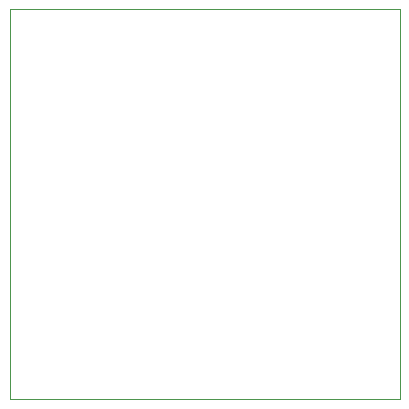
<source format=gko>
G75*
%MOIN*%
%OFA0B0*%
%FSLAX25Y25*%
%IPPOS*%
%LPD*%
%AMOC8*
5,1,8,0,0,1.08239X$1,22.5*
%
%ADD10C,0.00000*%
D10*
X0004476Y0020337D02*
X0004476Y0150337D01*
X0134476Y0150337D01*
X0134476Y0020337D01*
X0004476Y0020337D01*
M02*

</source>
